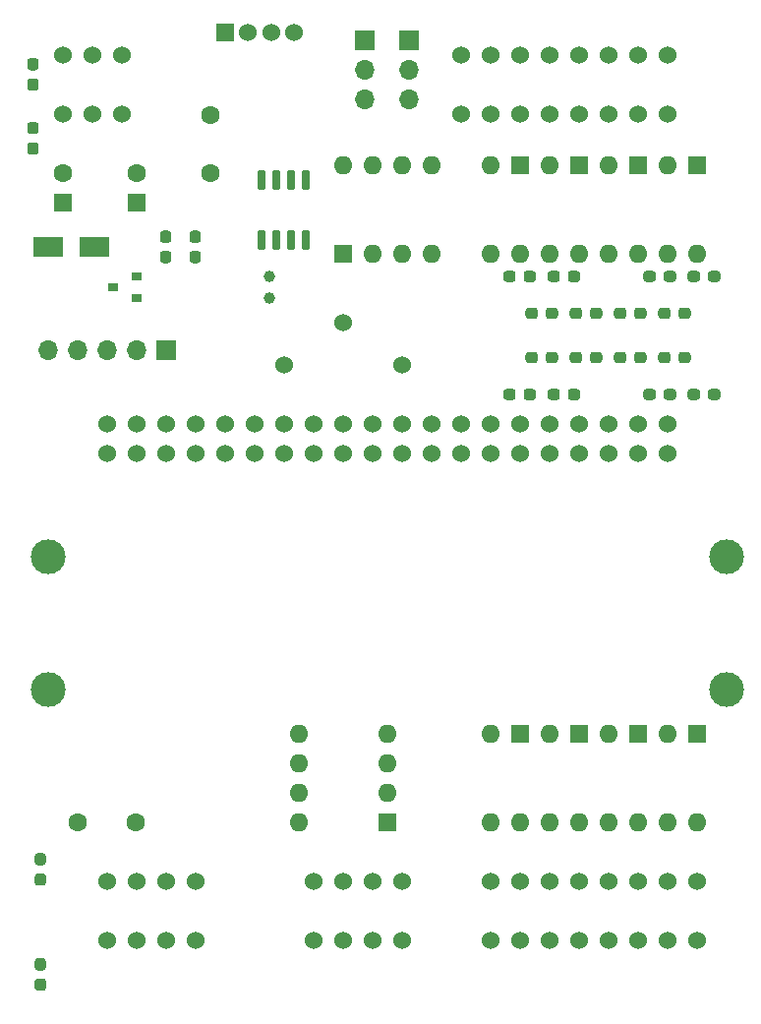
<source format=gts>
G04 #@! TF.GenerationSoftware,KiCad,Pcbnew,(5.1.8)-1*
G04 #@! TF.CreationDate,2020-12-04T13:09:01+09:00*
G04 #@! TF.ProjectId,NBoxRpi,4e426f78-5270-4692-9e6b-696361645f70,Rev.2.1*
G04 #@! TF.SameCoordinates,Original*
G04 #@! TF.FileFunction,Soldermask,Top*
G04 #@! TF.FilePolarity,Negative*
%FSLAX46Y46*%
G04 Gerber Fmt 4.6, Leading zero omitted, Abs format (unit mm)*
G04 Created by KiCad (PCBNEW (5.1.8)-1) date 2020-12-04 13:09:01*
%MOMM*%
%LPD*%
G01*
G04 APERTURE LIST*
%ADD10C,3.000000*%
%ADD11O,1.700000X1.700000*%
%ADD12R,1.700000X1.700000*%
%ADD13C,1.524000*%
%ADD14O,1.600000X1.600000*%
%ADD15R,1.600000X1.600000*%
%ADD16C,1.600000*%
%ADD17R,2.500000X1.800000*%
%ADD18C,1.000000*%
%ADD19R,0.900000X0.800000*%
%ADD20R,1.524000X1.524000*%
G04 APERTURE END LIST*
D10*
G04 #@! TO.C,MH2*
X146050000Y-157480000D03*
G04 #@! TD*
G04 #@! TO.C,MH4*
X146050000Y-168910000D03*
G04 #@! TD*
D11*
G04 #@! TO.C,J9*
X114935000Y-118110000D03*
X114935000Y-115570000D03*
D12*
X114935000Y-113030000D03*
G04 #@! TD*
D13*
G04 #@! TO.C,J6*
X100330000Y-185420000D03*
X100330000Y-190500000D03*
X97790000Y-185420000D03*
X97790000Y-190500000D03*
X95250000Y-185420000D03*
X95250000Y-190500000D03*
X92710000Y-185420000D03*
X92710000Y-190500000D03*
G04 #@! TD*
D11*
G04 #@! TO.C,J8*
X87630000Y-139700000D03*
X90170000Y-139700000D03*
X92710000Y-139700000D03*
X95250000Y-139700000D03*
D12*
X97790000Y-139700000D03*
G04 #@! TD*
D13*
G04 #@! TO.C,BT1*
X107950000Y-140970000D03*
X118110000Y-140970000D03*
X113030000Y-137370000D03*
G04 #@! TD*
D14*
G04 #@! TO.C,U2*
X109220000Y-180340000D03*
X116840000Y-172720000D03*
X109220000Y-177800000D03*
X116840000Y-175260000D03*
X109220000Y-175260000D03*
X116840000Y-177800000D03*
X109220000Y-172720000D03*
D15*
X116840000Y-180340000D03*
G04 #@! TD*
D13*
G04 #@! TO.C,J4*
X93980000Y-114300000D03*
X93980000Y-119380000D03*
X91440000Y-114300000D03*
X91440000Y-119380000D03*
X88900000Y-114300000D03*
X88900000Y-119380000D03*
G04 #@! TD*
D14*
G04 #@! TO.C,PC2*
X133350000Y-131445000D03*
X130810000Y-123825000D03*
X130810000Y-131445000D03*
D15*
X133350000Y-123825000D03*
G04 #@! TD*
D11*
G04 #@! TO.C,J3*
X118745000Y-118110000D03*
X118745000Y-115570000D03*
D12*
X118745000Y-113030000D03*
G04 #@! TD*
D16*
G04 #@! TO.C,F2*
X95170000Y-180340000D03*
X90170000Y-180340000D03*
G04 #@! TD*
D13*
G04 #@! TO.C,J2*
X118110000Y-185420000D03*
X118110000Y-190500000D03*
X115570000Y-185420000D03*
X115570000Y-190500000D03*
X113030000Y-185420000D03*
X113030000Y-190500000D03*
X110490000Y-185420000D03*
X110490000Y-190500000D03*
G04 #@! TD*
G04 #@! TO.C,J7*
X138430000Y-190500000D03*
X138430000Y-185420000D03*
X135890000Y-185420000D03*
X143510000Y-190500000D03*
X143510000Y-185420000D03*
X135890000Y-190500000D03*
X140970000Y-190500000D03*
X140970000Y-185420000D03*
X133350000Y-185420000D03*
X133350000Y-190500000D03*
X130810000Y-185420000D03*
X130810000Y-190500000D03*
X128270000Y-185420000D03*
X128270000Y-190500000D03*
X125730000Y-185420000D03*
X125730000Y-190500000D03*
G04 #@! TD*
G04 #@! TO.C,J5*
X128270000Y-114300000D03*
X128270000Y-119380000D03*
X130810000Y-119380000D03*
X123190000Y-114300000D03*
X123190000Y-119380000D03*
X130810000Y-114300000D03*
X125730000Y-114300000D03*
X125730000Y-119380000D03*
X133350000Y-119380000D03*
X133350000Y-114300000D03*
X135890000Y-119380000D03*
X135890000Y-114300000D03*
X138430000Y-119380000D03*
X138430000Y-114300000D03*
X140970000Y-119380000D03*
X140970000Y-114300000D03*
G04 #@! TD*
G04 #@! TO.C,D16*
G36*
G01*
X86757500Y-184740000D02*
X87232500Y-184740000D01*
G75*
G02*
X87470000Y-184977500I0J-237500D01*
G01*
X87470000Y-185552500D01*
G75*
G02*
X87232500Y-185790000I-237500J0D01*
G01*
X86757500Y-185790000D01*
G75*
G02*
X86520000Y-185552500I0J237500D01*
G01*
X86520000Y-184977500D01*
G75*
G02*
X86757500Y-184740000I237500J0D01*
G01*
G37*
G36*
G01*
X86757500Y-182990000D02*
X87232500Y-182990000D01*
G75*
G02*
X87470000Y-183227500I0J-237500D01*
G01*
X87470000Y-183802500D01*
G75*
G02*
X87232500Y-184040000I-237500J0D01*
G01*
X86757500Y-184040000D01*
G75*
G02*
X86520000Y-183802500I0J237500D01*
G01*
X86520000Y-183227500D01*
G75*
G02*
X86757500Y-182990000I237500J0D01*
G01*
G37*
G04 #@! TD*
G04 #@! TO.C,D13*
G36*
G01*
X86757500Y-193785000D02*
X87232500Y-193785000D01*
G75*
G02*
X87470000Y-194022500I0J-237500D01*
G01*
X87470000Y-194597500D01*
G75*
G02*
X87232500Y-194835000I-237500J0D01*
G01*
X86757500Y-194835000D01*
G75*
G02*
X86520000Y-194597500I0J237500D01*
G01*
X86520000Y-194022500D01*
G75*
G02*
X86757500Y-193785000I237500J0D01*
G01*
G37*
G36*
G01*
X86757500Y-192035000D02*
X87232500Y-192035000D01*
G75*
G02*
X87470000Y-192272500I0J-237500D01*
G01*
X87470000Y-192847500D01*
G75*
G02*
X87232500Y-193085000I-237500J0D01*
G01*
X86757500Y-193085000D01*
G75*
G02*
X86520000Y-192847500I0J237500D01*
G01*
X86520000Y-192272500D01*
G75*
G02*
X86757500Y-192035000I237500J0D01*
G01*
G37*
G04 #@! TD*
D10*
G04 #@! TO.C,MH3*
X87630000Y-168910000D03*
G04 #@! TD*
D17*
G04 #@! TO.C,D15*
X91630000Y-130810000D03*
X87630000Y-130810000D03*
G04 #@! TD*
D13*
G04 #@! TO.C,P1*
X140970000Y-148590000D03*
X140970000Y-146050000D03*
X138430000Y-148590000D03*
X138430000Y-146050000D03*
X135890000Y-148590000D03*
X135890000Y-146050000D03*
X133350000Y-148590000D03*
X133350000Y-146050000D03*
X130810000Y-148590000D03*
X130810000Y-146050000D03*
X128270000Y-148590000D03*
X128270000Y-146050000D03*
X125730000Y-148590000D03*
X125730000Y-146050000D03*
X123190000Y-148590000D03*
X123190000Y-146050000D03*
X120650000Y-148590000D03*
X120650000Y-146050000D03*
X118110000Y-148590000D03*
X118110000Y-146050000D03*
X115570000Y-148590000D03*
X115570000Y-146050000D03*
X113030000Y-148590000D03*
X113030000Y-146050000D03*
X110490000Y-148590000D03*
X110490000Y-146050000D03*
X107950000Y-148590000D03*
X107950000Y-146050000D03*
X105410000Y-148590000D03*
X105410000Y-146050000D03*
X102870000Y-148590000D03*
X102870000Y-146050000D03*
X100330000Y-148590000D03*
X100330000Y-146050000D03*
X97790000Y-148590000D03*
X97790000Y-146050000D03*
X95250000Y-148590000D03*
X95250000Y-146050000D03*
X92710000Y-148590000D03*
X92710000Y-146050000D03*
G04 #@! TD*
D18*
G04 #@! TO.C,Y1*
X106680000Y-133350000D03*
X106680000Y-135250000D03*
G04 #@! TD*
G04 #@! TO.C,U3*
G36*
G01*
X106195000Y-125935000D02*
X105895000Y-125935000D01*
G75*
G02*
X105745000Y-125785000I0J150000D01*
G01*
X105745000Y-124335000D01*
G75*
G02*
X105895000Y-124185000I150000J0D01*
G01*
X106195000Y-124185000D01*
G75*
G02*
X106345000Y-124335000I0J-150000D01*
G01*
X106345000Y-125785000D01*
G75*
G02*
X106195000Y-125935000I-150000J0D01*
G01*
G37*
G36*
G01*
X107465000Y-125935000D02*
X107165000Y-125935000D01*
G75*
G02*
X107015000Y-125785000I0J150000D01*
G01*
X107015000Y-124335000D01*
G75*
G02*
X107165000Y-124185000I150000J0D01*
G01*
X107465000Y-124185000D01*
G75*
G02*
X107615000Y-124335000I0J-150000D01*
G01*
X107615000Y-125785000D01*
G75*
G02*
X107465000Y-125935000I-150000J0D01*
G01*
G37*
G36*
G01*
X108735000Y-125935000D02*
X108435000Y-125935000D01*
G75*
G02*
X108285000Y-125785000I0J150000D01*
G01*
X108285000Y-124335000D01*
G75*
G02*
X108435000Y-124185000I150000J0D01*
G01*
X108735000Y-124185000D01*
G75*
G02*
X108885000Y-124335000I0J-150000D01*
G01*
X108885000Y-125785000D01*
G75*
G02*
X108735000Y-125935000I-150000J0D01*
G01*
G37*
G36*
G01*
X110005000Y-125935000D02*
X109705000Y-125935000D01*
G75*
G02*
X109555000Y-125785000I0J150000D01*
G01*
X109555000Y-124335000D01*
G75*
G02*
X109705000Y-124185000I150000J0D01*
G01*
X110005000Y-124185000D01*
G75*
G02*
X110155000Y-124335000I0J-150000D01*
G01*
X110155000Y-125785000D01*
G75*
G02*
X110005000Y-125935000I-150000J0D01*
G01*
G37*
G36*
G01*
X110005000Y-131085000D02*
X109705000Y-131085000D01*
G75*
G02*
X109555000Y-130935000I0J150000D01*
G01*
X109555000Y-129485000D01*
G75*
G02*
X109705000Y-129335000I150000J0D01*
G01*
X110005000Y-129335000D01*
G75*
G02*
X110155000Y-129485000I0J-150000D01*
G01*
X110155000Y-130935000D01*
G75*
G02*
X110005000Y-131085000I-150000J0D01*
G01*
G37*
G36*
G01*
X108735000Y-131085000D02*
X108435000Y-131085000D01*
G75*
G02*
X108285000Y-130935000I0J150000D01*
G01*
X108285000Y-129485000D01*
G75*
G02*
X108435000Y-129335000I150000J0D01*
G01*
X108735000Y-129335000D01*
G75*
G02*
X108885000Y-129485000I0J-150000D01*
G01*
X108885000Y-130935000D01*
G75*
G02*
X108735000Y-131085000I-150000J0D01*
G01*
G37*
G36*
G01*
X107465000Y-131085000D02*
X107165000Y-131085000D01*
G75*
G02*
X107015000Y-130935000I0J150000D01*
G01*
X107015000Y-129485000D01*
G75*
G02*
X107165000Y-129335000I150000J0D01*
G01*
X107465000Y-129335000D01*
G75*
G02*
X107615000Y-129485000I0J-150000D01*
G01*
X107615000Y-130935000D01*
G75*
G02*
X107465000Y-131085000I-150000J0D01*
G01*
G37*
G36*
G01*
X106195000Y-131085000D02*
X105895000Y-131085000D01*
G75*
G02*
X105745000Y-130935000I0J150000D01*
G01*
X105745000Y-129485000D01*
G75*
G02*
X105895000Y-129335000I150000J0D01*
G01*
X106195000Y-129335000D01*
G75*
G02*
X106345000Y-129485000I0J-150000D01*
G01*
X106345000Y-130935000D01*
G75*
G02*
X106195000Y-131085000I-150000J0D01*
G01*
G37*
G04 #@! TD*
D19*
G04 #@! TO.C,U5*
X93250000Y-134300000D03*
X95250000Y-133350000D03*
X95250000Y-135250000D03*
G04 #@! TD*
D14*
G04 #@! TO.C,U1*
X113030000Y-123825000D03*
X120650000Y-131445000D03*
X115570000Y-123825000D03*
X118110000Y-131445000D03*
X118110000Y-123825000D03*
X115570000Y-131445000D03*
X120650000Y-123825000D03*
D15*
X113030000Y-131445000D03*
G04 #@! TD*
D14*
G04 #@! TO.C,U9*
X143510000Y-180340000D03*
X140970000Y-172720000D03*
X140970000Y-180340000D03*
D15*
X143510000Y-172720000D03*
G04 #@! TD*
D14*
G04 #@! TO.C,U8*
X138430000Y-180340000D03*
X135890000Y-172720000D03*
X135890000Y-180340000D03*
D15*
X138430000Y-172720000D03*
G04 #@! TD*
D14*
G04 #@! TO.C,U7*
X133350000Y-180340000D03*
X130810000Y-172720000D03*
X130810000Y-180340000D03*
D15*
X133350000Y-172720000D03*
G04 #@! TD*
D14*
G04 #@! TO.C,U6*
X128270000Y-180340000D03*
X125730000Y-172720000D03*
X125730000Y-180340000D03*
D15*
X128270000Y-172720000D03*
G04 #@! TD*
G04 #@! TO.C,R22*
G36*
G01*
X86597500Y-121110000D02*
X86122500Y-121110000D01*
G75*
G02*
X85885000Y-120872500I0J237500D01*
G01*
X85885000Y-120297500D01*
G75*
G02*
X86122500Y-120060000I237500J0D01*
G01*
X86597500Y-120060000D01*
G75*
G02*
X86835000Y-120297500I0J-237500D01*
G01*
X86835000Y-120872500D01*
G75*
G02*
X86597500Y-121110000I-237500J0D01*
G01*
G37*
G36*
G01*
X86597500Y-122860000D02*
X86122500Y-122860000D01*
G75*
G02*
X85885000Y-122622500I0J237500D01*
G01*
X85885000Y-122047500D01*
G75*
G02*
X86122500Y-121810000I237500J0D01*
G01*
X86597500Y-121810000D01*
G75*
G02*
X86835000Y-122047500I0J-237500D01*
G01*
X86835000Y-122622500D01*
G75*
G02*
X86597500Y-122860000I-237500J0D01*
G01*
G37*
G04 #@! TD*
G04 #@! TO.C,R25*
G36*
G01*
X144495000Y-143747500D02*
X144495000Y-143272500D01*
G75*
G02*
X144732500Y-143035000I237500J0D01*
G01*
X145307500Y-143035000D01*
G75*
G02*
X145545000Y-143272500I0J-237500D01*
G01*
X145545000Y-143747500D01*
G75*
G02*
X145307500Y-143985000I-237500J0D01*
G01*
X144732500Y-143985000D01*
G75*
G02*
X144495000Y-143747500I0J237500D01*
G01*
G37*
G36*
G01*
X142745000Y-143747500D02*
X142745000Y-143272500D01*
G75*
G02*
X142982500Y-143035000I237500J0D01*
G01*
X143557500Y-143035000D01*
G75*
G02*
X143795000Y-143272500I0J-237500D01*
G01*
X143795000Y-143747500D01*
G75*
G02*
X143557500Y-143985000I-237500J0D01*
G01*
X142982500Y-143985000D01*
G75*
G02*
X142745000Y-143747500I0J237500D01*
G01*
G37*
G04 #@! TD*
G04 #@! TO.C,R24*
G36*
G01*
X140685000Y-143747500D02*
X140685000Y-143272500D01*
G75*
G02*
X140922500Y-143035000I237500J0D01*
G01*
X141497500Y-143035000D01*
G75*
G02*
X141735000Y-143272500I0J-237500D01*
G01*
X141735000Y-143747500D01*
G75*
G02*
X141497500Y-143985000I-237500J0D01*
G01*
X140922500Y-143985000D01*
G75*
G02*
X140685000Y-143747500I0J237500D01*
G01*
G37*
G36*
G01*
X138935000Y-143747500D02*
X138935000Y-143272500D01*
G75*
G02*
X139172500Y-143035000I237500J0D01*
G01*
X139747500Y-143035000D01*
G75*
G02*
X139985000Y-143272500I0J-237500D01*
G01*
X139985000Y-143747500D01*
G75*
G02*
X139747500Y-143985000I-237500J0D01*
G01*
X139172500Y-143985000D01*
G75*
G02*
X138935000Y-143747500I0J237500D01*
G01*
G37*
G04 #@! TD*
G04 #@! TO.C,R23*
G36*
G01*
X132430000Y-143747500D02*
X132430000Y-143272500D01*
G75*
G02*
X132667500Y-143035000I237500J0D01*
G01*
X133242500Y-143035000D01*
G75*
G02*
X133480000Y-143272500I0J-237500D01*
G01*
X133480000Y-143747500D01*
G75*
G02*
X133242500Y-143985000I-237500J0D01*
G01*
X132667500Y-143985000D01*
G75*
G02*
X132430000Y-143747500I0J237500D01*
G01*
G37*
G36*
G01*
X130680000Y-143747500D02*
X130680000Y-143272500D01*
G75*
G02*
X130917500Y-143035000I237500J0D01*
G01*
X131492500Y-143035000D01*
G75*
G02*
X131730000Y-143272500I0J-237500D01*
G01*
X131730000Y-143747500D01*
G75*
G02*
X131492500Y-143985000I-237500J0D01*
G01*
X130917500Y-143985000D01*
G75*
G02*
X130680000Y-143747500I0J237500D01*
G01*
G37*
G04 #@! TD*
G04 #@! TO.C,R21*
G36*
G01*
X128620000Y-143747500D02*
X128620000Y-143272500D01*
G75*
G02*
X128857500Y-143035000I237500J0D01*
G01*
X129432500Y-143035000D01*
G75*
G02*
X129670000Y-143272500I0J-237500D01*
G01*
X129670000Y-143747500D01*
G75*
G02*
X129432500Y-143985000I-237500J0D01*
G01*
X128857500Y-143985000D01*
G75*
G02*
X128620000Y-143747500I0J237500D01*
G01*
G37*
G36*
G01*
X126870000Y-143747500D02*
X126870000Y-143272500D01*
G75*
G02*
X127107500Y-143035000I237500J0D01*
G01*
X127682500Y-143035000D01*
G75*
G02*
X127920000Y-143272500I0J-237500D01*
G01*
X127920000Y-143747500D01*
G75*
G02*
X127682500Y-143985000I-237500J0D01*
G01*
X127107500Y-143985000D01*
G75*
G02*
X126870000Y-143747500I0J237500D01*
G01*
G37*
G04 #@! TD*
G04 #@! TO.C,R12*
G36*
G01*
X143795000Y-133112500D02*
X143795000Y-133587500D01*
G75*
G02*
X143557500Y-133825000I-237500J0D01*
G01*
X142982500Y-133825000D01*
G75*
G02*
X142745000Y-133587500I0J237500D01*
G01*
X142745000Y-133112500D01*
G75*
G02*
X142982500Y-132875000I237500J0D01*
G01*
X143557500Y-132875000D01*
G75*
G02*
X143795000Y-133112500I0J-237500D01*
G01*
G37*
G36*
G01*
X145545000Y-133112500D02*
X145545000Y-133587500D01*
G75*
G02*
X145307500Y-133825000I-237500J0D01*
G01*
X144732500Y-133825000D01*
G75*
G02*
X144495000Y-133587500I0J237500D01*
G01*
X144495000Y-133112500D01*
G75*
G02*
X144732500Y-132875000I237500J0D01*
G01*
X145307500Y-132875000D01*
G75*
G02*
X145545000Y-133112500I0J-237500D01*
G01*
G37*
G04 #@! TD*
G04 #@! TO.C,R11*
G36*
G01*
X139985000Y-133112500D02*
X139985000Y-133587500D01*
G75*
G02*
X139747500Y-133825000I-237500J0D01*
G01*
X139172500Y-133825000D01*
G75*
G02*
X138935000Y-133587500I0J237500D01*
G01*
X138935000Y-133112500D01*
G75*
G02*
X139172500Y-132875000I237500J0D01*
G01*
X139747500Y-132875000D01*
G75*
G02*
X139985000Y-133112500I0J-237500D01*
G01*
G37*
G36*
G01*
X141735000Y-133112500D02*
X141735000Y-133587500D01*
G75*
G02*
X141497500Y-133825000I-237500J0D01*
G01*
X140922500Y-133825000D01*
G75*
G02*
X140685000Y-133587500I0J237500D01*
G01*
X140685000Y-133112500D01*
G75*
G02*
X140922500Y-132875000I237500J0D01*
G01*
X141497500Y-132875000D01*
G75*
G02*
X141735000Y-133112500I0J-237500D01*
G01*
G37*
G04 #@! TD*
G04 #@! TO.C,R10*
G36*
G01*
X132430000Y-133587500D02*
X132430000Y-133112500D01*
G75*
G02*
X132667500Y-132875000I237500J0D01*
G01*
X133242500Y-132875000D01*
G75*
G02*
X133480000Y-133112500I0J-237500D01*
G01*
X133480000Y-133587500D01*
G75*
G02*
X133242500Y-133825000I-237500J0D01*
G01*
X132667500Y-133825000D01*
G75*
G02*
X132430000Y-133587500I0J237500D01*
G01*
G37*
G36*
G01*
X130680000Y-133587500D02*
X130680000Y-133112500D01*
G75*
G02*
X130917500Y-132875000I237500J0D01*
G01*
X131492500Y-132875000D01*
G75*
G02*
X131730000Y-133112500I0J-237500D01*
G01*
X131730000Y-133587500D01*
G75*
G02*
X131492500Y-133825000I-237500J0D01*
G01*
X130917500Y-133825000D01*
G75*
G02*
X130680000Y-133587500I0J237500D01*
G01*
G37*
G04 #@! TD*
G04 #@! TO.C,R9*
G36*
G01*
X128620000Y-133587500D02*
X128620000Y-133112500D01*
G75*
G02*
X128857500Y-132875000I237500J0D01*
G01*
X129432500Y-132875000D01*
G75*
G02*
X129670000Y-133112500I0J-237500D01*
G01*
X129670000Y-133587500D01*
G75*
G02*
X129432500Y-133825000I-237500J0D01*
G01*
X128857500Y-133825000D01*
G75*
G02*
X128620000Y-133587500I0J237500D01*
G01*
G37*
G36*
G01*
X126870000Y-133587500D02*
X126870000Y-133112500D01*
G75*
G02*
X127107500Y-132875000I237500J0D01*
G01*
X127682500Y-132875000D01*
G75*
G02*
X127920000Y-133112500I0J-237500D01*
G01*
X127920000Y-133587500D01*
G75*
G02*
X127682500Y-133825000I-237500J0D01*
G01*
X127107500Y-133825000D01*
G75*
G02*
X126870000Y-133587500I0J237500D01*
G01*
G37*
G04 #@! TD*
D14*
G04 #@! TO.C,PC4*
X143510000Y-131445000D03*
X140970000Y-123825000D03*
X140970000Y-131445000D03*
D15*
X143510000Y-123825000D03*
G04 #@! TD*
D14*
G04 #@! TO.C,PC3*
X138430000Y-131445000D03*
X135890000Y-123825000D03*
X135890000Y-131445000D03*
D15*
X138430000Y-123825000D03*
G04 #@! TD*
D14*
G04 #@! TO.C,PC1*
X128270000Y-131445000D03*
X125730000Y-123825000D03*
X125730000Y-131445000D03*
D15*
X128270000Y-123825000D03*
G04 #@! TD*
D10*
G04 #@! TO.C,MH1*
X87630000Y-157480000D03*
G04 #@! TD*
D13*
G04 #@! TO.C,J1*
X108870000Y-112395000D03*
X106870000Y-112395000D03*
X104870000Y-112395000D03*
D20*
X102870000Y-112395000D03*
G04 #@! TD*
D16*
G04 #@! TO.C,F1*
X101600000Y-119460000D03*
X101600000Y-124460000D03*
G04 #@! TD*
G04 #@! TO.C,D10*
G36*
G01*
X86122500Y-116315000D02*
X86597500Y-116315000D01*
G75*
G02*
X86835000Y-116552500I0J-237500D01*
G01*
X86835000Y-117127500D01*
G75*
G02*
X86597500Y-117365000I-237500J0D01*
G01*
X86122500Y-117365000D01*
G75*
G02*
X85885000Y-117127500I0J237500D01*
G01*
X85885000Y-116552500D01*
G75*
G02*
X86122500Y-116315000I237500J0D01*
G01*
G37*
G36*
G01*
X86122500Y-114565000D02*
X86597500Y-114565000D01*
G75*
G02*
X86835000Y-114802500I0J-237500D01*
G01*
X86835000Y-115377500D01*
G75*
G02*
X86597500Y-115615000I-237500J0D01*
G01*
X86122500Y-115615000D01*
G75*
G02*
X85885000Y-115377500I0J237500D01*
G01*
X85885000Y-114802500D01*
G75*
G02*
X86122500Y-114565000I237500J0D01*
G01*
G37*
G04 #@! TD*
G04 #@! TO.C,D14*
G36*
G01*
X143005000Y-140097500D02*
X143005000Y-140572500D01*
G75*
G02*
X142767500Y-140810000I-237500J0D01*
G01*
X142192500Y-140810000D01*
G75*
G02*
X141955000Y-140572500I0J237500D01*
G01*
X141955000Y-140097500D01*
G75*
G02*
X142192500Y-139860000I237500J0D01*
G01*
X142767500Y-139860000D01*
G75*
G02*
X143005000Y-140097500I0J-237500D01*
G01*
G37*
G36*
G01*
X141255000Y-140097500D02*
X141255000Y-140572500D01*
G75*
G02*
X141017500Y-140810000I-237500J0D01*
G01*
X140442500Y-140810000D01*
G75*
G02*
X140205000Y-140572500I0J237500D01*
G01*
X140205000Y-140097500D01*
G75*
G02*
X140442500Y-139860000I237500J0D01*
G01*
X141017500Y-139860000D01*
G75*
G02*
X141255000Y-140097500I0J-237500D01*
G01*
G37*
G04 #@! TD*
G04 #@! TO.C,D12*
G36*
G01*
X139195000Y-140097500D02*
X139195000Y-140572500D01*
G75*
G02*
X138957500Y-140810000I-237500J0D01*
G01*
X138382500Y-140810000D01*
G75*
G02*
X138145000Y-140572500I0J237500D01*
G01*
X138145000Y-140097500D01*
G75*
G02*
X138382500Y-139860000I237500J0D01*
G01*
X138957500Y-139860000D01*
G75*
G02*
X139195000Y-140097500I0J-237500D01*
G01*
G37*
G36*
G01*
X137445000Y-140097500D02*
X137445000Y-140572500D01*
G75*
G02*
X137207500Y-140810000I-237500J0D01*
G01*
X136632500Y-140810000D01*
G75*
G02*
X136395000Y-140572500I0J237500D01*
G01*
X136395000Y-140097500D01*
G75*
G02*
X136632500Y-139860000I237500J0D01*
G01*
X137207500Y-139860000D01*
G75*
G02*
X137445000Y-140097500I0J-237500D01*
G01*
G37*
G04 #@! TD*
G04 #@! TO.C,D11*
G36*
G01*
X135385000Y-140097500D02*
X135385000Y-140572500D01*
G75*
G02*
X135147500Y-140810000I-237500J0D01*
G01*
X134572500Y-140810000D01*
G75*
G02*
X134335000Y-140572500I0J237500D01*
G01*
X134335000Y-140097500D01*
G75*
G02*
X134572500Y-139860000I237500J0D01*
G01*
X135147500Y-139860000D01*
G75*
G02*
X135385000Y-140097500I0J-237500D01*
G01*
G37*
G36*
G01*
X133635000Y-140097500D02*
X133635000Y-140572500D01*
G75*
G02*
X133397500Y-140810000I-237500J0D01*
G01*
X132822500Y-140810000D01*
G75*
G02*
X132585000Y-140572500I0J237500D01*
G01*
X132585000Y-140097500D01*
G75*
G02*
X132822500Y-139860000I237500J0D01*
G01*
X133397500Y-139860000D01*
G75*
G02*
X133635000Y-140097500I0J-237500D01*
G01*
G37*
G04 #@! TD*
G04 #@! TO.C,D9*
G36*
G01*
X131575000Y-140097500D02*
X131575000Y-140572500D01*
G75*
G02*
X131337500Y-140810000I-237500J0D01*
G01*
X130762500Y-140810000D01*
G75*
G02*
X130525000Y-140572500I0J237500D01*
G01*
X130525000Y-140097500D01*
G75*
G02*
X130762500Y-139860000I237500J0D01*
G01*
X131337500Y-139860000D01*
G75*
G02*
X131575000Y-140097500I0J-237500D01*
G01*
G37*
G36*
G01*
X129825000Y-140097500D02*
X129825000Y-140572500D01*
G75*
G02*
X129587500Y-140810000I-237500J0D01*
G01*
X129012500Y-140810000D01*
G75*
G02*
X128775000Y-140572500I0J237500D01*
G01*
X128775000Y-140097500D01*
G75*
G02*
X129012500Y-139860000I237500J0D01*
G01*
X129587500Y-139860000D01*
G75*
G02*
X129825000Y-140097500I0J-237500D01*
G01*
G37*
G04 #@! TD*
G04 #@! TO.C,D8*
G36*
G01*
X143005000Y-136287500D02*
X143005000Y-136762500D01*
G75*
G02*
X142767500Y-137000000I-237500J0D01*
G01*
X142192500Y-137000000D01*
G75*
G02*
X141955000Y-136762500I0J237500D01*
G01*
X141955000Y-136287500D01*
G75*
G02*
X142192500Y-136050000I237500J0D01*
G01*
X142767500Y-136050000D01*
G75*
G02*
X143005000Y-136287500I0J-237500D01*
G01*
G37*
G36*
G01*
X141255000Y-136287500D02*
X141255000Y-136762500D01*
G75*
G02*
X141017500Y-137000000I-237500J0D01*
G01*
X140442500Y-137000000D01*
G75*
G02*
X140205000Y-136762500I0J237500D01*
G01*
X140205000Y-136287500D01*
G75*
G02*
X140442500Y-136050000I237500J0D01*
G01*
X141017500Y-136050000D01*
G75*
G02*
X141255000Y-136287500I0J-237500D01*
G01*
G37*
G04 #@! TD*
G04 #@! TO.C,D7*
G36*
G01*
X139195000Y-136287500D02*
X139195000Y-136762500D01*
G75*
G02*
X138957500Y-137000000I-237500J0D01*
G01*
X138382500Y-137000000D01*
G75*
G02*
X138145000Y-136762500I0J237500D01*
G01*
X138145000Y-136287500D01*
G75*
G02*
X138382500Y-136050000I237500J0D01*
G01*
X138957500Y-136050000D01*
G75*
G02*
X139195000Y-136287500I0J-237500D01*
G01*
G37*
G36*
G01*
X137445000Y-136287500D02*
X137445000Y-136762500D01*
G75*
G02*
X137207500Y-137000000I-237500J0D01*
G01*
X136632500Y-137000000D01*
G75*
G02*
X136395000Y-136762500I0J237500D01*
G01*
X136395000Y-136287500D01*
G75*
G02*
X136632500Y-136050000I237500J0D01*
G01*
X137207500Y-136050000D01*
G75*
G02*
X137445000Y-136287500I0J-237500D01*
G01*
G37*
G04 #@! TD*
G04 #@! TO.C,D6*
G36*
G01*
X135385000Y-136287500D02*
X135385000Y-136762500D01*
G75*
G02*
X135147500Y-137000000I-237500J0D01*
G01*
X134572500Y-137000000D01*
G75*
G02*
X134335000Y-136762500I0J237500D01*
G01*
X134335000Y-136287500D01*
G75*
G02*
X134572500Y-136050000I237500J0D01*
G01*
X135147500Y-136050000D01*
G75*
G02*
X135385000Y-136287500I0J-237500D01*
G01*
G37*
G36*
G01*
X133635000Y-136287500D02*
X133635000Y-136762500D01*
G75*
G02*
X133397500Y-137000000I-237500J0D01*
G01*
X132822500Y-137000000D01*
G75*
G02*
X132585000Y-136762500I0J237500D01*
G01*
X132585000Y-136287500D01*
G75*
G02*
X132822500Y-136050000I237500J0D01*
G01*
X133397500Y-136050000D01*
G75*
G02*
X133635000Y-136287500I0J-237500D01*
G01*
G37*
G04 #@! TD*
G04 #@! TO.C,D5*
G36*
G01*
X131575000Y-136287500D02*
X131575000Y-136762500D01*
G75*
G02*
X131337500Y-137000000I-237500J0D01*
G01*
X130762500Y-137000000D01*
G75*
G02*
X130525000Y-136762500I0J237500D01*
G01*
X130525000Y-136287500D01*
G75*
G02*
X130762500Y-136050000I237500J0D01*
G01*
X131337500Y-136050000D01*
G75*
G02*
X131575000Y-136287500I0J-237500D01*
G01*
G37*
G36*
G01*
X129825000Y-136287500D02*
X129825000Y-136762500D01*
G75*
G02*
X129587500Y-137000000I-237500J0D01*
G01*
X129012500Y-137000000D01*
G75*
G02*
X128775000Y-136762500I0J237500D01*
G01*
X128775000Y-136287500D01*
G75*
G02*
X129012500Y-136050000I237500J0D01*
G01*
X129587500Y-136050000D01*
G75*
G02*
X129825000Y-136287500I0J-237500D01*
G01*
G37*
G04 #@! TD*
G04 #@! TO.C,C5*
X95250000Y-124500000D03*
D15*
X95250000Y-127000000D03*
G04 #@! TD*
G04 #@! TO.C,C1*
G36*
G01*
X100092500Y-131160000D02*
X100567500Y-131160000D01*
G75*
G02*
X100805000Y-131397500I0J-237500D01*
G01*
X100805000Y-131972500D01*
G75*
G02*
X100567500Y-132210000I-237500J0D01*
G01*
X100092500Y-132210000D01*
G75*
G02*
X99855000Y-131972500I0J237500D01*
G01*
X99855000Y-131397500D01*
G75*
G02*
X100092500Y-131160000I237500J0D01*
G01*
G37*
G36*
G01*
X100092500Y-129410000D02*
X100567500Y-129410000D01*
G75*
G02*
X100805000Y-129647500I0J-237500D01*
G01*
X100805000Y-130222500D01*
G75*
G02*
X100567500Y-130460000I-237500J0D01*
G01*
X100092500Y-130460000D01*
G75*
G02*
X99855000Y-130222500I0J237500D01*
G01*
X99855000Y-129647500D01*
G75*
G02*
X100092500Y-129410000I237500J0D01*
G01*
G37*
G04 #@! TD*
G04 #@! TO.C,C4*
G36*
G01*
X97552500Y-131160000D02*
X98027500Y-131160000D01*
G75*
G02*
X98265000Y-131397500I0J-237500D01*
G01*
X98265000Y-131972500D01*
G75*
G02*
X98027500Y-132210000I-237500J0D01*
G01*
X97552500Y-132210000D01*
G75*
G02*
X97315000Y-131972500I0J237500D01*
G01*
X97315000Y-131397500D01*
G75*
G02*
X97552500Y-131160000I237500J0D01*
G01*
G37*
G36*
G01*
X97552500Y-129410000D02*
X98027500Y-129410000D01*
G75*
G02*
X98265000Y-129647500I0J-237500D01*
G01*
X98265000Y-130222500D01*
G75*
G02*
X98027500Y-130460000I-237500J0D01*
G01*
X97552500Y-130460000D01*
G75*
G02*
X97315000Y-130222500I0J237500D01*
G01*
X97315000Y-129647500D01*
G75*
G02*
X97552500Y-129410000I237500J0D01*
G01*
G37*
G04 #@! TD*
D16*
G04 #@! TO.C,C3*
X88900000Y-124500000D03*
D15*
X88900000Y-127000000D03*
G04 #@! TD*
M02*

</source>
